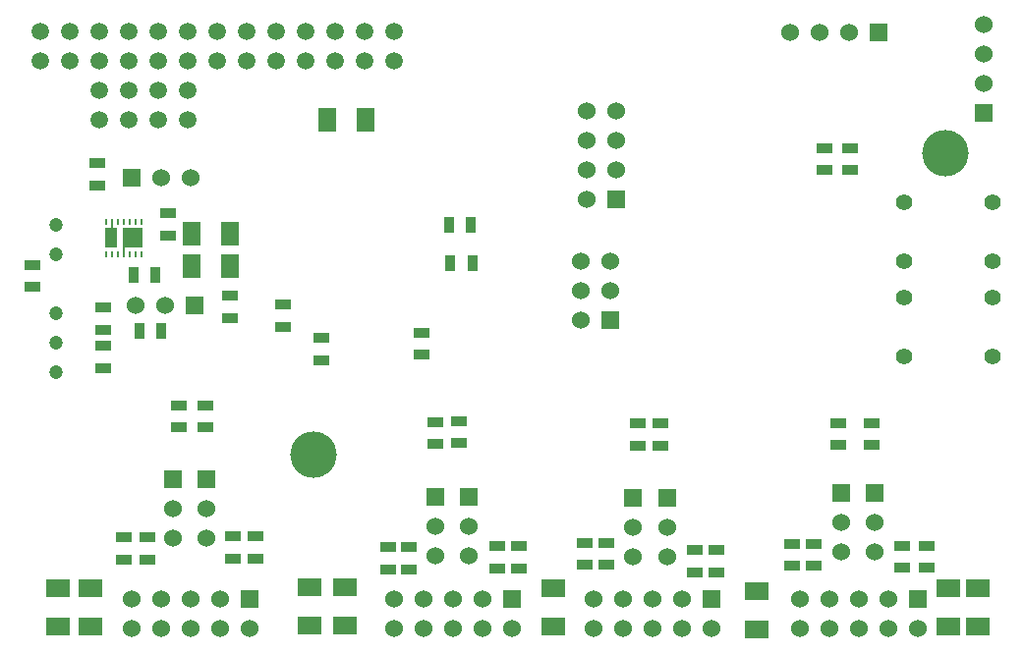
<source format=gbs>
G04 (created by PCBNEW (2013-mar-13)-testing) date Thu 04 Apr 2013 08:28:40 PM CEST*
%MOIN*%
G04 Gerber Fmt 3.4, Leading zero omitted, Abs format*
%FSLAX34Y34*%
G01*
G70*
G90*
G04 APERTURE LIST*
%ADD10C,2.3622e-06*%
%ADD11C,0.0550787*%
%ADD12R,0.0800787X0.0600787*%
%ADD13R,0.0600787X0.0800787*%
%ADD14R,0.0550787X0.0350787*%
%ADD15R,0.0350787X0.0550787*%
%ADD16R,0.0600787X0.0600787*%
%ADD17C,0.0600787*%
%ADD18C,0.0472787*%
%ADD19R,0.00987874X0.0217787*%
%ADD20R,0.00987874X0.0492787*%
%ADD21R,0.0701787X0.0650787*%
%ADD22R,0.0421787X0.0650787*%
%ADD23C,0.0591787*%
%ADD24C,0.157579*%
G04 APERTURE END LIST*
G54D10*
G54D11*
X70000Y-51075D03*
X70000Y-53075D03*
X67000Y-51075D03*
X67000Y-53075D03*
X70000Y-47850D03*
X70000Y-49850D03*
X67000Y-47850D03*
X67000Y-49850D03*
G54D12*
X39400Y-60950D03*
X39400Y-62250D03*
X38300Y-62250D03*
X38300Y-60950D03*
X68500Y-60950D03*
X68500Y-62250D03*
X69500Y-62250D03*
X69500Y-60950D03*
X62000Y-61050D03*
X62000Y-62350D03*
X55100Y-62250D03*
X55100Y-60950D03*
X46850Y-62200D03*
X46850Y-60900D03*
X48050Y-60900D03*
X48050Y-62200D03*
G54D13*
X44150Y-50000D03*
X42850Y-50000D03*
X44150Y-48900D03*
X42850Y-48900D03*
X47450Y-45050D03*
X48750Y-45050D03*
G54D14*
X51899Y-56017D03*
X51899Y-55267D03*
X51112Y-55307D03*
X51112Y-56057D03*
X53198Y-60269D03*
X53198Y-59519D03*
X49498Y-60309D03*
X49498Y-59559D03*
X50206Y-59559D03*
X50206Y-60309D03*
X53946Y-59519D03*
X53946Y-60269D03*
X56922Y-59412D03*
X56922Y-60162D03*
X67769Y-59512D03*
X67769Y-60262D03*
X66942Y-60262D03*
X66942Y-59512D03*
X58733Y-56107D03*
X58733Y-55357D03*
X57985Y-55357D03*
X57985Y-56107D03*
X56174Y-60162D03*
X56174Y-59412D03*
X59914Y-60398D03*
X59914Y-59648D03*
X60662Y-59648D03*
X60662Y-60398D03*
X50650Y-52275D03*
X50650Y-53025D03*
X63950Y-59433D03*
X63950Y-60183D03*
X42050Y-48225D03*
X42050Y-48975D03*
G54D15*
X40875Y-50300D03*
X41625Y-50300D03*
G54D14*
X64777Y-55339D03*
X64777Y-56089D03*
X65175Y-46750D03*
X65175Y-46000D03*
X64300Y-46750D03*
X64300Y-46000D03*
X65918Y-56089D03*
X65918Y-55339D03*
X44150Y-51025D03*
X44150Y-51775D03*
X45950Y-51325D03*
X45950Y-52075D03*
G54D15*
X51625Y-49900D03*
X52375Y-49900D03*
X51575Y-48600D03*
X52325Y-48600D03*
G54D14*
X47250Y-52450D03*
X47250Y-53200D03*
X63202Y-60183D03*
X63202Y-59433D03*
X43314Y-55481D03*
X43314Y-54731D03*
X42409Y-54731D03*
X42409Y-55481D03*
X41346Y-59219D03*
X41346Y-59969D03*
X40559Y-59969D03*
X40559Y-59219D03*
X39850Y-52725D03*
X39850Y-53475D03*
X45007Y-59180D03*
X45007Y-59930D03*
X39850Y-52175D03*
X39850Y-51425D03*
G54D15*
X41825Y-52200D03*
X41075Y-52200D03*
G54D14*
X39650Y-47275D03*
X39650Y-46525D03*
X44259Y-59930D03*
X44259Y-59180D03*
G54D16*
X67485Y-61311D03*
G54D17*
X67485Y-62311D03*
X66485Y-61311D03*
X66485Y-62311D03*
X65485Y-61311D03*
X65485Y-62311D03*
X64485Y-61311D03*
X64485Y-62311D03*
X63485Y-61311D03*
X63485Y-62311D03*
G54D16*
X53702Y-61311D03*
G54D17*
X53702Y-62311D03*
X52702Y-61311D03*
X52702Y-62311D03*
X51702Y-61311D03*
X51702Y-62311D03*
X50702Y-61311D03*
X50702Y-62311D03*
X49702Y-61311D03*
X49702Y-62311D03*
G54D16*
X60496Y-61311D03*
G54D17*
X60496Y-62311D03*
X59496Y-61311D03*
X59496Y-62311D03*
X58496Y-61311D03*
X58496Y-62311D03*
X57496Y-61311D03*
X57496Y-62311D03*
X56496Y-61311D03*
X56496Y-62311D03*
G54D16*
X44800Y-61311D03*
G54D17*
X44800Y-62311D03*
X43800Y-61311D03*
X43800Y-62311D03*
X42800Y-61311D03*
X42800Y-62311D03*
X41800Y-61311D03*
X41800Y-62311D03*
X40800Y-61311D03*
X40800Y-62311D03*
G54D16*
X57250Y-47750D03*
G54D17*
X56250Y-47750D03*
X57250Y-46750D03*
X56250Y-46750D03*
X57250Y-45750D03*
X56250Y-45750D03*
X57250Y-44750D03*
X56250Y-44750D03*
G54D16*
X40800Y-47000D03*
G54D17*
X41800Y-47000D03*
X42800Y-47000D03*
G54D16*
X66025Y-57700D03*
G54D17*
X66025Y-58700D03*
X66025Y-59700D03*
G54D16*
X64875Y-57700D03*
G54D17*
X64875Y-58700D03*
X64875Y-59700D03*
G54D16*
X42950Y-51350D03*
G54D17*
X41950Y-51350D03*
X40950Y-51350D03*
G54D16*
X42212Y-57256D03*
G54D17*
X42212Y-58256D03*
X42212Y-59256D03*
G54D16*
X43354Y-57256D03*
G54D17*
X43354Y-58256D03*
X43354Y-59256D03*
G54D16*
X51112Y-57831D03*
G54D17*
X51112Y-58831D03*
X51112Y-59831D03*
G54D16*
X52253Y-57831D03*
G54D17*
X52253Y-58831D03*
X52253Y-59831D03*
G54D16*
X57827Y-57881D03*
G54D17*
X57827Y-58881D03*
X57827Y-59881D03*
G54D16*
X58969Y-57881D03*
G54D17*
X58969Y-58881D03*
X58969Y-59881D03*
G54D18*
X38250Y-48600D03*
X38250Y-49600D03*
X38250Y-51600D03*
X38250Y-52600D03*
X38250Y-53600D03*
G54D16*
X57050Y-51850D03*
G54D17*
X56050Y-51850D03*
X57050Y-50850D03*
X56050Y-50850D03*
X57050Y-49850D03*
X56050Y-49850D03*
G54D19*
X41141Y-49601D03*
X40944Y-49601D03*
X40747Y-49601D03*
G54D20*
X40550Y-49463D03*
G54D19*
X40353Y-49601D03*
X40156Y-49601D03*
X39959Y-49601D03*
X39959Y-48499D03*
G54D20*
X40156Y-48637D03*
G54D19*
X40353Y-48499D03*
X40550Y-48499D03*
X40747Y-48499D03*
X40944Y-48499D03*
X41141Y-48499D03*
G54D21*
X40855Y-49050D03*
G54D22*
X40099Y-49050D03*
G54D14*
X37450Y-49975D03*
X37450Y-50725D03*
G54D16*
X66150Y-42075D03*
G54D17*
X65150Y-42075D03*
X64150Y-42075D03*
X63150Y-42075D03*
G54D16*
X69725Y-44800D03*
G54D17*
X69725Y-43800D03*
X69725Y-42800D03*
X69725Y-41800D03*
G54D23*
X37716Y-43047D03*
X37716Y-42047D03*
X38716Y-43047D03*
X38716Y-42047D03*
X39716Y-43047D03*
X39716Y-42047D03*
X40716Y-43047D03*
X40716Y-42047D03*
X41716Y-43047D03*
X41716Y-42047D03*
X42716Y-43047D03*
X42716Y-42047D03*
X43716Y-43047D03*
X43716Y-42047D03*
X44716Y-43047D03*
X44716Y-42047D03*
X45716Y-43047D03*
X45716Y-42047D03*
X46716Y-43047D03*
X46716Y-42047D03*
X47716Y-43047D03*
X47716Y-42047D03*
X48716Y-43047D03*
X48716Y-42047D03*
X49716Y-43047D03*
X49716Y-42047D03*
X39716Y-44047D03*
X39716Y-45047D03*
X40716Y-44047D03*
X40716Y-45047D03*
X41716Y-44047D03*
X41716Y-45047D03*
X42716Y-44047D03*
X42716Y-45047D03*
G54D24*
X46968Y-56417D03*
X68425Y-46181D03*
M02*

</source>
